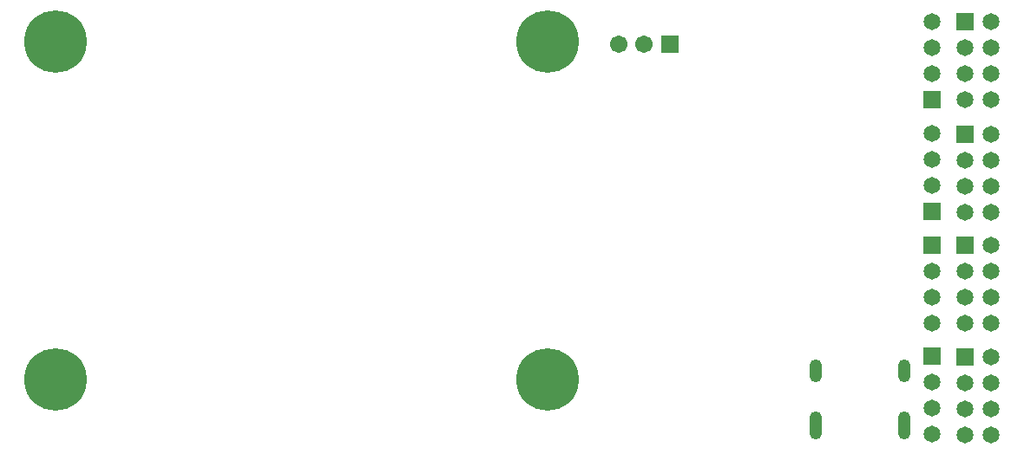
<source format=gbr>
%TF.GenerationSoftware,KiCad,Pcbnew,8.0.2*%
%TF.CreationDate,2024-10-21T09:55:01-04:00*%
%TF.ProjectId,Pi_Board,50695f42-6f61-4726-942e-6b696361645f,rev?*%
%TF.SameCoordinates,Original*%
%TF.FileFunction,Soldermask,Bot*%
%TF.FilePolarity,Negative*%
%FSLAX46Y46*%
G04 Gerber Fmt 4.6, Leading zero omitted, Abs format (unit mm)*
G04 Created by KiCad (PCBNEW 8.0.2) date 2024-10-21 09:55:01*
%MOMM*%
%LPD*%
G01*
G04 APERTURE LIST*
G04 Aperture macros list*
%AMRoundRect*
0 Rectangle with rounded corners*
0 $1 Rounding radius*
0 $2 $3 $4 $5 $6 $7 $8 $9 X,Y pos of 4 corners*
0 Add a 4 corners polygon primitive as box body*
4,1,4,$2,$3,$4,$5,$6,$7,$8,$9,$2,$3,0*
0 Add four circle primitives for the rounded corners*
1,1,$1+$1,$2,$3*
1,1,$1+$1,$4,$5*
1,1,$1+$1,$6,$7*
1,1,$1+$1,$8,$9*
0 Add four rect primitives between the rounded corners*
20,1,$1+$1,$2,$3,$4,$5,0*
20,1,$1+$1,$4,$5,$6,$7,0*
20,1,$1+$1,$6,$7,$8,$9,0*
20,1,$1+$1,$8,$9,$2,$3,0*%
G04 Aperture macros list end*
%ADD10R,1.651000X1.651000*%
%ADD11C,1.651000*%
%ADD12O,1.188400X2.252400*%
%ADD13O,1.252400X2.752400*%
%ADD14C,6.100000*%
%ADD15RoundRect,0.102000X-0.754000X-0.754000X0.754000X-0.754000X0.754000X0.754000X-0.754000X0.754000X0*%
%ADD16C,1.712000*%
G04 APERTURE END LIST*
D10*
%TO.C,J12*%
X202150000Y-62770000D03*
D11*
X202150000Y-60230000D03*
X202150000Y-57690000D03*
X202150000Y-55150000D03*
%TD*%
D10*
%TO.C,J8*%
X205385000Y-76995000D03*
D11*
X207925000Y-76995000D03*
X205385000Y-79535000D03*
X207925000Y-79535000D03*
X205385000Y-82075000D03*
X207925000Y-82075000D03*
X205385000Y-84615000D03*
X207925000Y-84615000D03*
%TD*%
D10*
%TO.C,J10*%
X202125000Y-87850000D03*
D11*
X202125000Y-90390000D03*
X202125000Y-92930000D03*
X202125000Y-95470000D03*
%TD*%
D10*
%TO.C,J3*%
X205385000Y-55150000D03*
D11*
X207925000Y-55150000D03*
X205385000Y-57690000D03*
X207925000Y-57690000D03*
X205385000Y-60230000D03*
X207925000Y-60230000D03*
X205385000Y-62770000D03*
X207925000Y-62770000D03*
%TD*%
D12*
%TO.C,J7*%
X190805000Y-89270000D03*
X199445000Y-89270000D03*
D13*
X190805000Y-94630000D03*
X199445000Y-94630000D03*
%TD*%
D10*
%TO.C,J5*%
X205385000Y-66120000D03*
D11*
X207925000Y-66120000D03*
X205385000Y-68660000D03*
X207925000Y-68660000D03*
X205385000Y-71200000D03*
X207925000Y-71200000D03*
X205385000Y-73740000D03*
X207925000Y-73740000D03*
%TD*%
D10*
%TO.C,J11*%
X202125000Y-76950000D03*
D11*
X202125000Y-79490000D03*
X202125000Y-82030000D03*
X202125000Y-84570000D03*
%TD*%
D10*
%TO.C,J4*%
X202150000Y-73670000D03*
D11*
X202150000Y-71130000D03*
X202150000Y-68590000D03*
X202150000Y-66050000D03*
%TD*%
D14*
%TO.C,Module1*%
X164650000Y-57075000D03*
X116650000Y-57075000D03*
X164650000Y-90075000D03*
X116650000Y-90075000D03*
%TD*%
D15*
%TO.C,J2*%
X176550000Y-57325000D03*
D16*
X174050000Y-57325000D03*
X171550000Y-57325000D03*
%TD*%
D10*
%TO.C,J9*%
X205385000Y-87880000D03*
D11*
X207925000Y-87880000D03*
X205385000Y-90420000D03*
X207925000Y-90420000D03*
X205385000Y-92960000D03*
X207925000Y-92960000D03*
X205385000Y-95500000D03*
X207925000Y-95500000D03*
%TD*%
M02*

</source>
